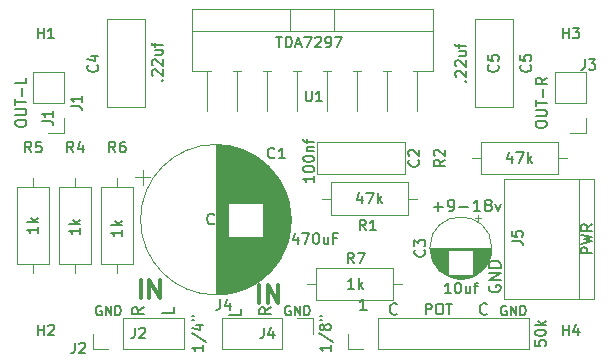
<source format=gbr>
%TF.GenerationSoftware,KiCad,Pcbnew,(5.1.9-0-10_14)*%
%TF.CreationDate,2021-01-04T15:57:10-08:00*%
%TF.ProjectId,PedalBoardStereoAmpTDA7297,50656461-6c42-46f6-9172-645374657265,rev?*%
%TF.SameCoordinates,Original*%
%TF.FileFunction,Legend,Top*%
%TF.FilePolarity,Positive*%
%FSLAX46Y46*%
G04 Gerber Fmt 4.6, Leading zero omitted, Abs format (unit mm)*
G04 Created by KiCad (PCBNEW (5.1.9-0-10_14)) date 2021-01-04 15:57:10*
%MOMM*%
%LPD*%
G01*
G04 APERTURE LIST*
%ADD10C,0.300000*%
%ADD11C,0.150000*%
%ADD12C,0.120000*%
G04 APERTURE END LIST*
D10*
X81891285Y-60876571D02*
X81891285Y-59376571D01*
X82605571Y-60876571D02*
X82605571Y-59376571D01*
X83462714Y-60876571D01*
X83462714Y-59376571D01*
X71858285Y-60495571D02*
X71858285Y-58995571D01*
X72572571Y-60495571D02*
X72572571Y-58995571D01*
X73429714Y-60495571D01*
X73429714Y-58995571D01*
D11*
X82875380Y-61285476D02*
X82399190Y-61618809D01*
X82875380Y-61856904D02*
X81875380Y-61856904D01*
X81875380Y-61475952D01*
X81923000Y-61380714D01*
X81970619Y-61333095D01*
X82065857Y-61285476D01*
X82208714Y-61285476D01*
X82303952Y-61333095D01*
X82351571Y-61380714D01*
X82399190Y-61475952D01*
X82399190Y-61856904D01*
X80335380Y-61412476D02*
X80335380Y-61888666D01*
X79335380Y-61888666D01*
X72080380Y-61285476D02*
X71604190Y-61618809D01*
X72080380Y-61856904D02*
X71080380Y-61856904D01*
X71080380Y-61475952D01*
X71128000Y-61380714D01*
X71175619Y-61333095D01*
X71270857Y-61285476D01*
X71413714Y-61285476D01*
X71508952Y-61333095D01*
X71556571Y-61380714D01*
X71604190Y-61475952D01*
X71604190Y-61856904D01*
X74620380Y-61285476D02*
X74620380Y-61761666D01*
X73620380Y-61761666D01*
X80041714Y-59634380D02*
X79470285Y-59634380D01*
X79756000Y-59634380D02*
X79756000Y-58634380D01*
X79660761Y-58777238D01*
X79565523Y-58872476D01*
X79470285Y-58920095D01*
X90963714Y-61539380D02*
X90392285Y-61539380D01*
X90678000Y-61539380D02*
X90678000Y-60539380D01*
X90582761Y-60682238D01*
X90487523Y-60777476D01*
X90392285Y-60825095D01*
X93527523Y-61825142D02*
X93479904Y-61872761D01*
X93337047Y-61920380D01*
X93241809Y-61920380D01*
X93098952Y-61872761D01*
X93003714Y-61777523D01*
X92956095Y-61682285D01*
X92908476Y-61491809D01*
X92908476Y-61348952D01*
X92956095Y-61158476D01*
X93003714Y-61063238D01*
X93098952Y-60968000D01*
X93241809Y-60920380D01*
X93337047Y-60920380D01*
X93479904Y-60968000D01*
X93527523Y-61015619D01*
X101147523Y-61825142D02*
X101099904Y-61872761D01*
X100957047Y-61920380D01*
X100861809Y-61920380D01*
X100718952Y-61872761D01*
X100623714Y-61777523D01*
X100576095Y-61682285D01*
X100528476Y-61491809D01*
X100528476Y-61348952D01*
X100576095Y-61158476D01*
X100623714Y-61063238D01*
X100718952Y-60968000D01*
X100861809Y-60920380D01*
X100957047Y-60920380D01*
X101099904Y-60968000D01*
X101147523Y-61015619D01*
X102768476Y-61195000D02*
X102692285Y-61156904D01*
X102578000Y-61156904D01*
X102463714Y-61195000D01*
X102387523Y-61271190D01*
X102349428Y-61347380D01*
X102311333Y-61499761D01*
X102311333Y-61614047D01*
X102349428Y-61766428D01*
X102387523Y-61842619D01*
X102463714Y-61918809D01*
X102578000Y-61956904D01*
X102654190Y-61956904D01*
X102768476Y-61918809D01*
X102806571Y-61880714D01*
X102806571Y-61614047D01*
X102654190Y-61614047D01*
X103149428Y-61956904D02*
X103149428Y-61156904D01*
X103606571Y-61956904D01*
X103606571Y-61156904D01*
X103987523Y-61956904D02*
X103987523Y-61156904D01*
X104178000Y-61156904D01*
X104292285Y-61195000D01*
X104368476Y-61271190D01*
X104406571Y-61347380D01*
X104444666Y-61499761D01*
X104444666Y-61614047D01*
X104406571Y-61766428D01*
X104368476Y-61842619D01*
X104292285Y-61918809D01*
X104178000Y-61956904D01*
X103987523Y-61956904D01*
X84480476Y-61195000D02*
X84404285Y-61156904D01*
X84290000Y-61156904D01*
X84175714Y-61195000D01*
X84099523Y-61271190D01*
X84061428Y-61347380D01*
X84023333Y-61499761D01*
X84023333Y-61614047D01*
X84061428Y-61766428D01*
X84099523Y-61842619D01*
X84175714Y-61918809D01*
X84290000Y-61956904D01*
X84366190Y-61956904D01*
X84480476Y-61918809D01*
X84518571Y-61880714D01*
X84518571Y-61614047D01*
X84366190Y-61614047D01*
X84861428Y-61956904D02*
X84861428Y-61156904D01*
X85318571Y-61956904D01*
X85318571Y-61156904D01*
X85699523Y-61956904D02*
X85699523Y-61156904D01*
X85890000Y-61156904D01*
X86004285Y-61195000D01*
X86080476Y-61271190D01*
X86118571Y-61347380D01*
X86156666Y-61499761D01*
X86156666Y-61614047D01*
X86118571Y-61766428D01*
X86080476Y-61842619D01*
X86004285Y-61918809D01*
X85890000Y-61956904D01*
X85699523Y-61956904D01*
X68478476Y-61195000D02*
X68402285Y-61156904D01*
X68288000Y-61156904D01*
X68173714Y-61195000D01*
X68097523Y-61271190D01*
X68059428Y-61347380D01*
X68021333Y-61499761D01*
X68021333Y-61614047D01*
X68059428Y-61766428D01*
X68097523Y-61842619D01*
X68173714Y-61918809D01*
X68288000Y-61956904D01*
X68364190Y-61956904D01*
X68478476Y-61918809D01*
X68516571Y-61880714D01*
X68516571Y-61614047D01*
X68364190Y-61614047D01*
X68859428Y-61956904D02*
X68859428Y-61156904D01*
X69316571Y-61956904D01*
X69316571Y-61156904D01*
X69697523Y-61956904D02*
X69697523Y-61156904D01*
X69888000Y-61156904D01*
X70002285Y-61195000D01*
X70078476Y-61271190D01*
X70116571Y-61347380D01*
X70154666Y-61499761D01*
X70154666Y-61614047D01*
X70116571Y-61766428D01*
X70078476Y-61842619D01*
X70002285Y-61918809D01*
X69888000Y-61956904D01*
X69697523Y-61956904D01*
X101354000Y-59435904D02*
X101306380Y-59531142D01*
X101306380Y-59674000D01*
X101354000Y-59816857D01*
X101449238Y-59912095D01*
X101544476Y-59959714D01*
X101734952Y-60007333D01*
X101877809Y-60007333D01*
X102068285Y-59959714D01*
X102163523Y-59912095D01*
X102258761Y-59816857D01*
X102306380Y-59674000D01*
X102306380Y-59578761D01*
X102258761Y-59435904D01*
X102211142Y-59388285D01*
X101877809Y-59388285D01*
X101877809Y-59578761D01*
X102306380Y-58959714D02*
X101306380Y-58959714D01*
X102306380Y-58388285D01*
X101306380Y-58388285D01*
X102306380Y-57912095D02*
X101306380Y-57912095D01*
X101306380Y-57674000D01*
X101354000Y-57531142D01*
X101449238Y-57435904D01*
X101544476Y-57388285D01*
X101734952Y-57340666D01*
X101877809Y-57340666D01*
X102068285Y-57388285D01*
X102163523Y-57435904D01*
X102258761Y-57531142D01*
X102306380Y-57674000D01*
X102306380Y-57912095D01*
X96631476Y-52776428D02*
X97393380Y-52776428D01*
X97012428Y-53157380D02*
X97012428Y-52395476D01*
X97917190Y-53157380D02*
X98107666Y-53157380D01*
X98202904Y-53109761D01*
X98250523Y-53062142D01*
X98345761Y-52919285D01*
X98393380Y-52728809D01*
X98393380Y-52347857D01*
X98345761Y-52252619D01*
X98298142Y-52205000D01*
X98202904Y-52157380D01*
X98012428Y-52157380D01*
X97917190Y-52205000D01*
X97869571Y-52252619D01*
X97821952Y-52347857D01*
X97821952Y-52585952D01*
X97869571Y-52681190D01*
X97917190Y-52728809D01*
X98012428Y-52776428D01*
X98202904Y-52776428D01*
X98298142Y-52728809D01*
X98345761Y-52681190D01*
X98393380Y-52585952D01*
X98821952Y-52776428D02*
X99583857Y-52776428D01*
X100583857Y-53157380D02*
X100012428Y-53157380D01*
X100298142Y-53157380D02*
X100298142Y-52157380D01*
X100202904Y-52300238D01*
X100107666Y-52395476D01*
X100012428Y-52443095D01*
X101155285Y-52585952D02*
X101060047Y-52538333D01*
X101012428Y-52490714D01*
X100964809Y-52395476D01*
X100964809Y-52347857D01*
X101012428Y-52252619D01*
X101060047Y-52205000D01*
X101155285Y-52157380D01*
X101345761Y-52157380D01*
X101441000Y-52205000D01*
X101488619Y-52252619D01*
X101536238Y-52347857D01*
X101536238Y-52395476D01*
X101488619Y-52490714D01*
X101441000Y-52538333D01*
X101345761Y-52585952D01*
X101155285Y-52585952D01*
X101060047Y-52633571D01*
X101012428Y-52681190D01*
X100964809Y-52776428D01*
X100964809Y-52966904D01*
X101012428Y-53062142D01*
X101060047Y-53109761D01*
X101155285Y-53157380D01*
X101345761Y-53157380D01*
X101441000Y-53109761D01*
X101488619Y-53062142D01*
X101536238Y-52966904D01*
X101536238Y-52776428D01*
X101488619Y-52681190D01*
X101441000Y-52633571D01*
X101345761Y-52585952D01*
X101869571Y-52490714D02*
X102107666Y-53157380D01*
X102345761Y-52490714D01*
D12*
%TO.C,C2*%
X86744000Y-50011000D02*
X86744000Y-47271000D01*
X94184000Y-50011000D02*
X94184000Y-47271000D01*
X94184000Y-47271000D02*
X86744000Y-47271000D01*
X94184000Y-50011000D02*
X86744000Y-50011000D01*
%TO.C,J5*%
X108966000Y-50419000D02*
X108966000Y-60579000D01*
X110236000Y-50419000D02*
X102616000Y-50419000D01*
X102616000Y-50419000D02*
X102616000Y-60579000D01*
X102616000Y-60579000D02*
X110236000Y-60579000D01*
X110236000Y-60579000D02*
X110236000Y-50419000D01*
%TO.C,J2*%
X75498000Y-64830000D02*
X75498000Y-62170000D01*
X70358000Y-64830000D02*
X75498000Y-64830000D01*
X70358000Y-62170000D02*
X75498000Y-62170000D01*
X70358000Y-64830000D02*
X70358000Y-62170000D01*
X69088000Y-64830000D02*
X67758000Y-64830000D01*
X67758000Y-64830000D02*
X67758000Y-63500000D01*
%TO.C,R7*%
X93186000Y-60679000D02*
X93186000Y-57939000D01*
X93186000Y-57939000D02*
X86646000Y-57939000D01*
X86646000Y-57939000D02*
X86646000Y-60679000D01*
X86646000Y-60679000D02*
X93186000Y-60679000D01*
X93956000Y-59309000D02*
X93186000Y-59309000D01*
X85876000Y-59309000D02*
X86646000Y-59309000D01*
%TO.C,R6*%
X71220000Y-51086000D02*
X68480000Y-51086000D01*
X68480000Y-51086000D02*
X68480000Y-57626000D01*
X68480000Y-57626000D02*
X71220000Y-57626000D01*
X71220000Y-57626000D02*
X71220000Y-51086000D01*
X69850000Y-50316000D02*
X69850000Y-51086000D01*
X69850000Y-58396000D02*
X69850000Y-57626000D01*
%TO.C,R5*%
X64108000Y-51086000D02*
X61368000Y-51086000D01*
X61368000Y-51086000D02*
X61368000Y-57626000D01*
X61368000Y-57626000D02*
X64108000Y-57626000D01*
X64108000Y-57626000D02*
X64108000Y-51086000D01*
X62738000Y-50316000D02*
X62738000Y-51086000D01*
X62738000Y-58396000D02*
X62738000Y-57626000D01*
%TO.C,R4*%
X67664000Y-51086000D02*
X64924000Y-51086000D01*
X64924000Y-51086000D02*
X64924000Y-57626000D01*
X64924000Y-57626000D02*
X67664000Y-57626000D01*
X67664000Y-57626000D02*
X67664000Y-51086000D01*
X66294000Y-50316000D02*
X66294000Y-51086000D01*
X66294000Y-58396000D02*
X66294000Y-57626000D01*
%TO.C,J4*%
X78680000Y-62170000D02*
X78680000Y-64830000D01*
X83820000Y-62170000D02*
X78680000Y-62170000D01*
X83820000Y-64830000D02*
X78680000Y-64830000D01*
X83820000Y-62170000D02*
X83820000Y-64830000D01*
X85090000Y-62170000D02*
X86420000Y-62170000D01*
X86420000Y-62170000D02*
X86420000Y-63500000D01*
%TO.C,R3*%
X104708000Y-64830000D02*
X104708000Y-62170000D01*
X91948000Y-64830000D02*
X104708000Y-64830000D01*
X91948000Y-62170000D02*
X104708000Y-62170000D01*
X91948000Y-64830000D02*
X91948000Y-62170000D01*
X90678000Y-64830000D02*
X89348000Y-64830000D01*
X89348000Y-64830000D02*
X89348000Y-63500000D01*
%TO.C,R2*%
X107926000Y-48641000D02*
X107156000Y-48641000D01*
X99846000Y-48641000D02*
X100616000Y-48641000D01*
X107156000Y-47271000D02*
X100616000Y-47271000D01*
X107156000Y-50011000D02*
X107156000Y-47271000D01*
X100616000Y-50011000D02*
X107156000Y-50011000D01*
X100616000Y-47271000D02*
X100616000Y-50011000D01*
%TO.C,R1*%
X87146000Y-52070000D02*
X87916000Y-52070000D01*
X95226000Y-52070000D02*
X94456000Y-52070000D01*
X87916000Y-53440000D02*
X94456000Y-53440000D01*
X87916000Y-50700000D02*
X87916000Y-53440000D01*
X94456000Y-50700000D02*
X87916000Y-50700000D01*
X94456000Y-53440000D02*
X94456000Y-50700000D01*
%TO.C,C5*%
X103347000Y-44320000D02*
X100107000Y-44320000D01*
X103347000Y-36880000D02*
X100107000Y-36880000D01*
X100107000Y-36880000D02*
X100107000Y-44320000D01*
X103347000Y-36880000D02*
X103347000Y-44320000D01*
%TO.C,C4*%
X72232000Y-44320000D02*
X68992000Y-44320000D01*
X72232000Y-36880000D02*
X68992000Y-36880000D01*
X68992000Y-36880000D02*
X68992000Y-44320000D01*
X72232000Y-36880000D02*
X72232000Y-44320000D01*
%TO.C,C1*%
X71999918Y-49648000D02*
X71999918Y-50898000D01*
X71374918Y-50273000D02*
X72624918Y-50273000D01*
X84553000Y-53531000D02*
X84553000Y-54165000D01*
X84513000Y-53091000D02*
X84513000Y-54605000D01*
X84473000Y-52820000D02*
X84473000Y-54876000D01*
X84433000Y-52607000D02*
X84433000Y-55089000D01*
X84393000Y-52426000D02*
X84393000Y-55270000D01*
X84353000Y-52265000D02*
X84353000Y-55431000D01*
X84313000Y-52120000D02*
X84313000Y-55576000D01*
X84273000Y-51987000D02*
X84273000Y-55709000D01*
X84233000Y-51864000D02*
X84233000Y-55832000D01*
X84193000Y-51748000D02*
X84193000Y-55948000D01*
X84153000Y-51639000D02*
X84153000Y-56057000D01*
X84113000Y-51536000D02*
X84113000Y-56160000D01*
X84073000Y-51438000D02*
X84073000Y-56258000D01*
X84033000Y-51344000D02*
X84033000Y-56352000D01*
X83993000Y-51254000D02*
X83993000Y-56442000D01*
X83953000Y-51167000D02*
X83953000Y-56529000D01*
X83913000Y-51084000D02*
X83913000Y-56612000D01*
X83873000Y-51004000D02*
X83873000Y-56692000D01*
X83833000Y-50927000D02*
X83833000Y-56769000D01*
X83793000Y-50852000D02*
X83793000Y-56844000D01*
X83753000Y-50779000D02*
X83753000Y-56917000D01*
X83713000Y-50708000D02*
X83713000Y-56988000D01*
X83673000Y-50640000D02*
X83673000Y-57056000D01*
X83633000Y-50573000D02*
X83633000Y-57123000D01*
X83593000Y-50509000D02*
X83593000Y-57187000D01*
X83553000Y-50446000D02*
X83553000Y-57250000D01*
X83513000Y-50384000D02*
X83513000Y-57312000D01*
X83473000Y-50324000D02*
X83473000Y-57372000D01*
X83433000Y-50265000D02*
X83433000Y-57431000D01*
X83393000Y-50208000D02*
X83393000Y-57488000D01*
X83353000Y-50152000D02*
X83353000Y-57544000D01*
X83313000Y-50098000D02*
X83313000Y-57598000D01*
X83273000Y-50044000D02*
X83273000Y-57652000D01*
X83233000Y-49992000D02*
X83233000Y-57704000D01*
X83193000Y-49941000D02*
X83193000Y-57755000D01*
X83153000Y-49891000D02*
X83153000Y-57805000D01*
X83113000Y-49841000D02*
X83113000Y-57855000D01*
X83073000Y-49793000D02*
X83073000Y-57903000D01*
X83033000Y-49746000D02*
X83033000Y-57950000D01*
X82993000Y-49700000D02*
X82993000Y-57996000D01*
X82953000Y-49654000D02*
X82953000Y-58042000D01*
X82913000Y-49610000D02*
X82913000Y-58086000D01*
X82873000Y-49566000D02*
X82873000Y-58130000D01*
X82833000Y-49523000D02*
X82833000Y-58173000D01*
X82793000Y-49481000D02*
X82793000Y-58215000D01*
X82753000Y-49440000D02*
X82753000Y-58256000D01*
X82713000Y-49399000D02*
X82713000Y-58297000D01*
X82673000Y-49359000D02*
X82673000Y-58337000D01*
X82633000Y-49320000D02*
X82633000Y-58376000D01*
X82593000Y-49281000D02*
X82593000Y-58415000D01*
X82553000Y-49243000D02*
X82553000Y-58453000D01*
X82513000Y-49206000D02*
X82513000Y-58490000D01*
X82473000Y-49170000D02*
X82473000Y-58526000D01*
X82433000Y-49134000D02*
X82433000Y-58562000D01*
X82393000Y-49098000D02*
X82393000Y-58598000D01*
X82353000Y-49063000D02*
X82353000Y-58633000D01*
X82313000Y-49029000D02*
X82313000Y-58667000D01*
X82273000Y-48996000D02*
X82273000Y-58700000D01*
X82233000Y-48963000D02*
X82233000Y-58733000D01*
X82193000Y-48930000D02*
X82193000Y-58766000D01*
X82153000Y-48898000D02*
X82153000Y-58798000D01*
X82113000Y-55288000D02*
X82113000Y-58830000D01*
X82113000Y-48866000D02*
X82113000Y-52408000D01*
X82073000Y-55288000D02*
X82073000Y-58860000D01*
X82073000Y-48836000D02*
X82073000Y-52408000D01*
X82033000Y-55288000D02*
X82033000Y-58891000D01*
X82033000Y-48805000D02*
X82033000Y-52408000D01*
X81993000Y-55288000D02*
X81993000Y-58921000D01*
X81993000Y-48775000D02*
X81993000Y-52408000D01*
X81953000Y-55288000D02*
X81953000Y-58950000D01*
X81953000Y-48746000D02*
X81953000Y-52408000D01*
X81913000Y-55288000D02*
X81913000Y-58979000D01*
X81913000Y-48717000D02*
X81913000Y-52408000D01*
X81873000Y-55288000D02*
X81873000Y-59008000D01*
X81873000Y-48688000D02*
X81873000Y-52408000D01*
X81833000Y-55288000D02*
X81833000Y-59036000D01*
X81833000Y-48660000D02*
X81833000Y-52408000D01*
X81793000Y-55288000D02*
X81793000Y-59064000D01*
X81793000Y-48632000D02*
X81793000Y-52408000D01*
X81753000Y-55288000D02*
X81753000Y-59091000D01*
X81753000Y-48605000D02*
X81753000Y-52408000D01*
X81713000Y-55288000D02*
X81713000Y-59118000D01*
X81713000Y-48578000D02*
X81713000Y-52408000D01*
X81673000Y-55288000D02*
X81673000Y-59144000D01*
X81673000Y-48552000D02*
X81673000Y-52408000D01*
X81633000Y-55288000D02*
X81633000Y-59170000D01*
X81633000Y-48526000D02*
X81633000Y-52408000D01*
X81593000Y-55288000D02*
X81593000Y-59195000D01*
X81593000Y-48501000D02*
X81593000Y-52408000D01*
X81553000Y-55288000D02*
X81553000Y-59220000D01*
X81553000Y-48476000D02*
X81553000Y-52408000D01*
X81513000Y-55288000D02*
X81513000Y-59245000D01*
X81513000Y-48451000D02*
X81513000Y-52408000D01*
X81473000Y-55288000D02*
X81473000Y-59269000D01*
X81473000Y-48427000D02*
X81473000Y-52408000D01*
X81433000Y-55288000D02*
X81433000Y-59293000D01*
X81433000Y-48403000D02*
X81433000Y-52408000D01*
X81393000Y-55288000D02*
X81393000Y-59316000D01*
X81393000Y-48380000D02*
X81393000Y-52408000D01*
X81353000Y-55288000D02*
X81353000Y-59339000D01*
X81353000Y-48357000D02*
X81353000Y-52408000D01*
X81313000Y-55288000D02*
X81313000Y-59362000D01*
X81313000Y-48334000D02*
X81313000Y-52408000D01*
X81273000Y-55288000D02*
X81273000Y-59384000D01*
X81273000Y-48312000D02*
X81273000Y-52408000D01*
X81233000Y-55288000D02*
X81233000Y-59406000D01*
X81233000Y-48290000D02*
X81233000Y-52408000D01*
X81193000Y-55288000D02*
X81193000Y-59428000D01*
X81193000Y-48268000D02*
X81193000Y-52408000D01*
X81153000Y-55288000D02*
X81153000Y-59449000D01*
X81153000Y-48247000D02*
X81153000Y-52408000D01*
X81113000Y-55288000D02*
X81113000Y-59470000D01*
X81113000Y-48226000D02*
X81113000Y-52408000D01*
X81073000Y-55288000D02*
X81073000Y-59490000D01*
X81073000Y-48206000D02*
X81073000Y-52408000D01*
X81033000Y-55288000D02*
X81033000Y-59510000D01*
X81033000Y-48186000D02*
X81033000Y-52408000D01*
X80993000Y-55288000D02*
X80993000Y-59530000D01*
X80993000Y-48166000D02*
X80993000Y-52408000D01*
X80953000Y-55288000D02*
X80953000Y-59550000D01*
X80953000Y-48146000D02*
X80953000Y-52408000D01*
X80913000Y-55288000D02*
X80913000Y-59569000D01*
X80913000Y-48127000D02*
X80913000Y-52408000D01*
X80873000Y-55288000D02*
X80873000Y-59587000D01*
X80873000Y-48109000D02*
X80873000Y-52408000D01*
X80833000Y-55288000D02*
X80833000Y-59606000D01*
X80833000Y-48090000D02*
X80833000Y-52408000D01*
X80793000Y-55288000D02*
X80793000Y-59624000D01*
X80793000Y-48072000D02*
X80793000Y-52408000D01*
X80753000Y-55288000D02*
X80753000Y-59641000D01*
X80753000Y-48055000D02*
X80753000Y-52408000D01*
X80713000Y-55288000D02*
X80713000Y-59659000D01*
X80713000Y-48037000D02*
X80713000Y-52408000D01*
X80673000Y-55288000D02*
X80673000Y-59676000D01*
X80673000Y-48020000D02*
X80673000Y-52408000D01*
X80633000Y-55288000D02*
X80633000Y-59693000D01*
X80633000Y-48003000D02*
X80633000Y-52408000D01*
X80593000Y-55288000D02*
X80593000Y-59709000D01*
X80593000Y-47987000D02*
X80593000Y-52408000D01*
X80553000Y-55288000D02*
X80553000Y-59725000D01*
X80553000Y-47971000D02*
X80553000Y-52408000D01*
X80513000Y-55288000D02*
X80513000Y-59741000D01*
X80513000Y-47955000D02*
X80513000Y-52408000D01*
X80473000Y-55288000D02*
X80473000Y-59756000D01*
X80473000Y-47940000D02*
X80473000Y-52408000D01*
X80433000Y-55288000D02*
X80433000Y-59772000D01*
X80433000Y-47924000D02*
X80433000Y-52408000D01*
X80393000Y-55288000D02*
X80393000Y-59787000D01*
X80393000Y-47909000D02*
X80393000Y-52408000D01*
X80353000Y-55288000D02*
X80353000Y-59801000D01*
X80353000Y-47895000D02*
X80353000Y-52408000D01*
X80313000Y-55288000D02*
X80313000Y-59815000D01*
X80313000Y-47881000D02*
X80313000Y-52408000D01*
X80273000Y-55288000D02*
X80273000Y-59829000D01*
X80273000Y-47867000D02*
X80273000Y-52408000D01*
X80233000Y-55288000D02*
X80233000Y-59843000D01*
X80233000Y-47853000D02*
X80233000Y-52408000D01*
X80193000Y-55288000D02*
X80193000Y-59856000D01*
X80193000Y-47840000D02*
X80193000Y-52408000D01*
X80153000Y-55288000D02*
X80153000Y-59869000D01*
X80153000Y-47827000D02*
X80153000Y-52408000D01*
X80113000Y-55288000D02*
X80113000Y-59882000D01*
X80113000Y-47814000D02*
X80113000Y-52408000D01*
X80073000Y-55288000D02*
X80073000Y-59895000D01*
X80073000Y-47801000D02*
X80073000Y-52408000D01*
X80033000Y-55288000D02*
X80033000Y-59907000D01*
X80033000Y-47789000D02*
X80033000Y-52408000D01*
X79993000Y-55288000D02*
X79993000Y-59919000D01*
X79993000Y-47777000D02*
X79993000Y-52408000D01*
X79953000Y-55288000D02*
X79953000Y-59931000D01*
X79953000Y-47765000D02*
X79953000Y-52408000D01*
X79913000Y-55288000D02*
X79913000Y-59942000D01*
X79913000Y-47754000D02*
X79913000Y-52408000D01*
X79873000Y-55288000D02*
X79873000Y-59953000D01*
X79873000Y-47743000D02*
X79873000Y-52408000D01*
X79833000Y-55288000D02*
X79833000Y-59964000D01*
X79833000Y-47732000D02*
X79833000Y-52408000D01*
X79793000Y-55288000D02*
X79793000Y-59974000D01*
X79793000Y-47722000D02*
X79793000Y-52408000D01*
X79753000Y-55288000D02*
X79753000Y-59985000D01*
X79753000Y-47711000D02*
X79753000Y-52408000D01*
X79713000Y-55288000D02*
X79713000Y-59994000D01*
X79713000Y-47702000D02*
X79713000Y-52408000D01*
X79673000Y-55288000D02*
X79673000Y-60004000D01*
X79673000Y-47692000D02*
X79673000Y-52408000D01*
X79633000Y-55288000D02*
X79633000Y-60014000D01*
X79633000Y-47682000D02*
X79633000Y-52408000D01*
X79593000Y-55288000D02*
X79593000Y-60023000D01*
X79593000Y-47673000D02*
X79593000Y-52408000D01*
X79553000Y-55288000D02*
X79553000Y-60032000D01*
X79553000Y-47664000D02*
X79553000Y-52408000D01*
X79513000Y-55288000D02*
X79513000Y-60040000D01*
X79513000Y-47656000D02*
X79513000Y-52408000D01*
X79473000Y-55288000D02*
X79473000Y-60049000D01*
X79473000Y-47647000D02*
X79473000Y-52408000D01*
X79433000Y-55288000D02*
X79433000Y-60057000D01*
X79433000Y-47639000D02*
X79433000Y-52408000D01*
X79393000Y-55288000D02*
X79393000Y-60064000D01*
X79393000Y-47632000D02*
X79393000Y-52408000D01*
X79353000Y-55288000D02*
X79353000Y-60072000D01*
X79353000Y-47624000D02*
X79353000Y-52408000D01*
X79313000Y-55288000D02*
X79313000Y-60079000D01*
X79313000Y-47617000D02*
X79313000Y-52408000D01*
X79273000Y-55288000D02*
X79273000Y-60086000D01*
X79273000Y-47610000D02*
X79273000Y-52408000D01*
X79233000Y-47603000D02*
X79233000Y-60093000D01*
X79193000Y-47596000D02*
X79193000Y-60100000D01*
X79153000Y-47590000D02*
X79153000Y-60106000D01*
X79113000Y-47584000D02*
X79113000Y-60112000D01*
X79073000Y-47579000D02*
X79073000Y-60117000D01*
X79033000Y-47573000D02*
X79033000Y-60123000D01*
X78993000Y-47568000D02*
X78993000Y-60128000D01*
X78953000Y-47563000D02*
X78953000Y-60133000D01*
X78913000Y-47558000D02*
X78913000Y-60138000D01*
X78872000Y-47554000D02*
X78872000Y-60142000D01*
X78832000Y-47550000D02*
X78832000Y-60146000D01*
X78792000Y-47546000D02*
X78792000Y-60150000D01*
X78752000Y-47542000D02*
X78752000Y-60154000D01*
X78712000Y-47539000D02*
X78712000Y-60157000D01*
X78672000Y-47536000D02*
X78672000Y-60160000D01*
X78632000Y-47533000D02*
X78632000Y-60163000D01*
X78592000Y-47530000D02*
X78592000Y-60166000D01*
X78552000Y-47528000D02*
X78552000Y-60168000D01*
X78512000Y-47526000D02*
X78512000Y-60170000D01*
X78472000Y-47524000D02*
X78472000Y-60172000D01*
X78432000Y-47522000D02*
X78432000Y-60174000D01*
X78392000Y-47521000D02*
X78392000Y-60175000D01*
X78352000Y-47520000D02*
X78352000Y-60176000D01*
X78312000Y-47519000D02*
X78312000Y-60177000D01*
X78272000Y-47518000D02*
X78272000Y-60178000D01*
X78232000Y-47518000D02*
X78232000Y-60178000D01*
X78192000Y-47518000D02*
X78192000Y-60178000D01*
X84562000Y-53848000D02*
G75*
G03*
X84562000Y-53848000I-6370000J0D01*
G01*
%TO.C,U1*%
X76140000Y-36020000D02*
X96580000Y-36020000D01*
X76140000Y-41261000D02*
X77816000Y-41261000D01*
X79665000Y-41261000D02*
X80356000Y-41261000D01*
X82205000Y-41261000D02*
X82896000Y-41261000D01*
X84745000Y-41261000D02*
X85436000Y-41261000D01*
X87285000Y-41261000D02*
X87976000Y-41261000D01*
X89825000Y-41261000D02*
X90516000Y-41261000D01*
X92365000Y-41261000D02*
X93056000Y-41261000D01*
X94905000Y-41261000D02*
X96580000Y-41261000D01*
X76140000Y-36020000D02*
X76140000Y-41261000D01*
X96580000Y-36020000D02*
X96580000Y-41261000D01*
X76140000Y-37860000D02*
X96580000Y-37860000D01*
X84511000Y-36020000D02*
X84511000Y-37860000D01*
X88210000Y-36020000D02*
X88210000Y-37860000D01*
X77470000Y-41261000D02*
X77470000Y-44670000D01*
X80010000Y-41261000D02*
X80010000Y-44655000D01*
X82550000Y-41261000D02*
X82550000Y-44655000D01*
X85090000Y-41261000D02*
X85090000Y-44655000D01*
X87630000Y-41261000D02*
X87630000Y-44655000D01*
X90170000Y-41261000D02*
X90170000Y-44655000D01*
X92710000Y-41261000D02*
X92710000Y-44655000D01*
X95250000Y-41261000D02*
X95250000Y-44655000D01*
%TO.C,J3*%
X109534000Y-41342000D02*
X106874000Y-41342000D01*
X109534000Y-43942000D02*
X109534000Y-41342000D01*
X106874000Y-43942000D02*
X106874000Y-41342000D01*
X109534000Y-43942000D02*
X106874000Y-43942000D01*
X109534000Y-45212000D02*
X109534000Y-46542000D01*
X109534000Y-46542000D02*
X108204000Y-46542000D01*
%TO.C,J1*%
X65338000Y-41342000D02*
X62678000Y-41342000D01*
X65338000Y-43942000D02*
X65338000Y-41342000D01*
X62678000Y-43942000D02*
X62678000Y-41342000D01*
X65338000Y-43942000D02*
X62678000Y-43942000D01*
X65338000Y-45212000D02*
X65338000Y-46542000D01*
X65338000Y-46542000D02*
X64008000Y-46542000D01*
%TO.C,C3*%
X101553000Y-56241000D02*
G75*
G03*
X101553000Y-56241000I-2620000J0D01*
G01*
X101513000Y-56241000D02*
X96353000Y-56241000D01*
X101513000Y-56281000D02*
X96353000Y-56281000D01*
X101512000Y-56321000D02*
X96354000Y-56321000D01*
X101511000Y-56361000D02*
X96355000Y-56361000D01*
X101509000Y-56401000D02*
X96357000Y-56401000D01*
X101506000Y-56441000D02*
X96360000Y-56441000D01*
X101502000Y-56481000D02*
X99973000Y-56481000D01*
X97893000Y-56481000D02*
X96364000Y-56481000D01*
X101498000Y-56521000D02*
X99973000Y-56521000D01*
X97893000Y-56521000D02*
X96368000Y-56521000D01*
X101494000Y-56561000D02*
X99973000Y-56561000D01*
X97893000Y-56561000D02*
X96372000Y-56561000D01*
X101489000Y-56601000D02*
X99973000Y-56601000D01*
X97893000Y-56601000D02*
X96377000Y-56601000D01*
X101483000Y-56641000D02*
X99973000Y-56641000D01*
X97893000Y-56641000D02*
X96383000Y-56641000D01*
X101476000Y-56681000D02*
X99973000Y-56681000D01*
X97893000Y-56681000D02*
X96390000Y-56681000D01*
X101469000Y-56721000D02*
X99973000Y-56721000D01*
X97893000Y-56721000D02*
X96397000Y-56721000D01*
X101461000Y-56761000D02*
X99973000Y-56761000D01*
X97893000Y-56761000D02*
X96405000Y-56761000D01*
X101453000Y-56801000D02*
X99973000Y-56801000D01*
X97893000Y-56801000D02*
X96413000Y-56801000D01*
X101444000Y-56841000D02*
X99973000Y-56841000D01*
X97893000Y-56841000D02*
X96422000Y-56841000D01*
X101434000Y-56881000D02*
X99973000Y-56881000D01*
X97893000Y-56881000D02*
X96432000Y-56881000D01*
X101424000Y-56921000D02*
X99973000Y-56921000D01*
X97893000Y-56921000D02*
X96442000Y-56921000D01*
X101413000Y-56962000D02*
X99973000Y-56962000D01*
X97893000Y-56962000D02*
X96453000Y-56962000D01*
X101401000Y-57002000D02*
X99973000Y-57002000D01*
X97893000Y-57002000D02*
X96465000Y-57002000D01*
X101388000Y-57042000D02*
X99973000Y-57042000D01*
X97893000Y-57042000D02*
X96478000Y-57042000D01*
X101375000Y-57082000D02*
X99973000Y-57082000D01*
X97893000Y-57082000D02*
X96491000Y-57082000D01*
X101361000Y-57122000D02*
X99973000Y-57122000D01*
X97893000Y-57122000D02*
X96505000Y-57122000D01*
X101347000Y-57162000D02*
X99973000Y-57162000D01*
X97893000Y-57162000D02*
X96519000Y-57162000D01*
X101331000Y-57202000D02*
X99973000Y-57202000D01*
X97893000Y-57202000D02*
X96535000Y-57202000D01*
X101315000Y-57242000D02*
X99973000Y-57242000D01*
X97893000Y-57242000D02*
X96551000Y-57242000D01*
X101298000Y-57282000D02*
X99973000Y-57282000D01*
X97893000Y-57282000D02*
X96568000Y-57282000D01*
X101281000Y-57322000D02*
X99973000Y-57322000D01*
X97893000Y-57322000D02*
X96585000Y-57322000D01*
X101262000Y-57362000D02*
X99973000Y-57362000D01*
X97893000Y-57362000D02*
X96604000Y-57362000D01*
X101243000Y-57402000D02*
X99973000Y-57402000D01*
X97893000Y-57402000D02*
X96623000Y-57402000D01*
X101223000Y-57442000D02*
X99973000Y-57442000D01*
X97893000Y-57442000D02*
X96643000Y-57442000D01*
X101201000Y-57482000D02*
X99973000Y-57482000D01*
X97893000Y-57482000D02*
X96665000Y-57482000D01*
X101180000Y-57522000D02*
X99973000Y-57522000D01*
X97893000Y-57522000D02*
X96686000Y-57522000D01*
X101157000Y-57562000D02*
X99973000Y-57562000D01*
X97893000Y-57562000D02*
X96709000Y-57562000D01*
X101133000Y-57602000D02*
X99973000Y-57602000D01*
X97893000Y-57602000D02*
X96733000Y-57602000D01*
X101108000Y-57642000D02*
X99973000Y-57642000D01*
X97893000Y-57642000D02*
X96758000Y-57642000D01*
X101082000Y-57682000D02*
X99973000Y-57682000D01*
X97893000Y-57682000D02*
X96784000Y-57682000D01*
X101055000Y-57722000D02*
X99973000Y-57722000D01*
X97893000Y-57722000D02*
X96811000Y-57722000D01*
X101028000Y-57762000D02*
X99973000Y-57762000D01*
X97893000Y-57762000D02*
X96838000Y-57762000D01*
X100998000Y-57802000D02*
X99973000Y-57802000D01*
X97893000Y-57802000D02*
X96868000Y-57802000D01*
X100968000Y-57842000D02*
X99973000Y-57842000D01*
X97893000Y-57842000D02*
X96898000Y-57842000D01*
X100937000Y-57882000D02*
X99973000Y-57882000D01*
X97893000Y-57882000D02*
X96929000Y-57882000D01*
X100904000Y-57922000D02*
X99973000Y-57922000D01*
X97893000Y-57922000D02*
X96962000Y-57922000D01*
X100870000Y-57962000D02*
X99973000Y-57962000D01*
X97893000Y-57962000D02*
X96996000Y-57962000D01*
X100834000Y-58002000D02*
X99973000Y-58002000D01*
X97893000Y-58002000D02*
X97032000Y-58002000D01*
X100797000Y-58042000D02*
X99973000Y-58042000D01*
X97893000Y-58042000D02*
X97069000Y-58042000D01*
X100759000Y-58082000D02*
X99973000Y-58082000D01*
X97893000Y-58082000D02*
X97107000Y-58082000D01*
X100718000Y-58122000D02*
X99973000Y-58122000D01*
X97893000Y-58122000D02*
X97148000Y-58122000D01*
X100676000Y-58162000D02*
X99973000Y-58162000D01*
X97893000Y-58162000D02*
X97190000Y-58162000D01*
X100632000Y-58202000D02*
X99973000Y-58202000D01*
X97893000Y-58202000D02*
X97234000Y-58202000D01*
X100586000Y-58242000D02*
X99973000Y-58242000D01*
X97893000Y-58242000D02*
X97280000Y-58242000D01*
X100538000Y-58282000D02*
X99973000Y-58282000D01*
X97893000Y-58282000D02*
X97328000Y-58282000D01*
X100487000Y-58322000D02*
X99973000Y-58322000D01*
X97893000Y-58322000D02*
X97379000Y-58322000D01*
X100433000Y-58362000D02*
X99973000Y-58362000D01*
X97893000Y-58362000D02*
X97433000Y-58362000D01*
X100376000Y-58402000D02*
X99973000Y-58402000D01*
X97893000Y-58402000D02*
X97490000Y-58402000D01*
X100316000Y-58442000D02*
X99973000Y-58442000D01*
X97893000Y-58442000D02*
X97550000Y-58442000D01*
X100252000Y-58482000D02*
X99973000Y-58482000D01*
X97893000Y-58482000D02*
X97614000Y-58482000D01*
X100184000Y-58522000D02*
X99973000Y-58522000D01*
X97893000Y-58522000D02*
X97682000Y-58522000D01*
X100111000Y-58562000D02*
X97755000Y-58562000D01*
X100031000Y-58602000D02*
X97835000Y-58602000D01*
X99944000Y-58642000D02*
X97922000Y-58642000D01*
X99848000Y-58682000D02*
X98018000Y-58682000D01*
X99738000Y-58722000D02*
X98128000Y-58722000D01*
X99610000Y-58762000D02*
X98256000Y-58762000D01*
X99451000Y-58802000D02*
X98415000Y-58802000D01*
X99217000Y-58842000D02*
X98649000Y-58842000D01*
X100408000Y-53436225D02*
X100408000Y-53936225D01*
X100658000Y-53686225D02*
X100158000Y-53686225D01*
%TO.C,C2*%
D11*
X95317428Y-48791000D02*
X95360285Y-48833857D01*
X95403142Y-48962428D01*
X95403142Y-49048142D01*
X95360285Y-49176714D01*
X95274571Y-49262428D01*
X95188857Y-49305285D01*
X95017428Y-49348142D01*
X94888857Y-49348142D01*
X94717428Y-49305285D01*
X94631714Y-49262428D01*
X94546000Y-49176714D01*
X94503142Y-49048142D01*
X94503142Y-48962428D01*
X94546000Y-48833857D01*
X94588857Y-48791000D01*
X94588857Y-48448142D02*
X94546000Y-48405285D01*
X94503142Y-48319571D01*
X94503142Y-48105285D01*
X94546000Y-48019571D01*
X94588857Y-47976714D01*
X94674571Y-47933857D01*
X94760285Y-47933857D01*
X94888857Y-47976714D01*
X95403142Y-48491000D01*
X95403142Y-47933857D01*
X86513142Y-50159285D02*
X86513142Y-50673571D01*
X86513142Y-50416428D02*
X85613142Y-50416428D01*
X85741714Y-50502142D01*
X85827428Y-50587857D01*
X85870285Y-50673571D01*
X85613142Y-49602142D02*
X85613142Y-49516428D01*
X85656000Y-49430714D01*
X85698857Y-49387857D01*
X85784571Y-49345000D01*
X85956000Y-49302142D01*
X86170285Y-49302142D01*
X86341714Y-49345000D01*
X86427428Y-49387857D01*
X86470285Y-49430714D01*
X86513142Y-49516428D01*
X86513142Y-49602142D01*
X86470285Y-49687857D01*
X86427428Y-49730714D01*
X86341714Y-49773571D01*
X86170285Y-49816428D01*
X85956000Y-49816428D01*
X85784571Y-49773571D01*
X85698857Y-49730714D01*
X85656000Y-49687857D01*
X85613142Y-49602142D01*
X85613142Y-48745000D02*
X85613142Y-48659285D01*
X85656000Y-48573571D01*
X85698857Y-48530714D01*
X85784571Y-48487857D01*
X85956000Y-48445000D01*
X86170285Y-48445000D01*
X86341714Y-48487857D01*
X86427428Y-48530714D01*
X86470285Y-48573571D01*
X86513142Y-48659285D01*
X86513142Y-48745000D01*
X86470285Y-48830714D01*
X86427428Y-48873571D01*
X86341714Y-48916428D01*
X86170285Y-48959285D01*
X85956000Y-48959285D01*
X85784571Y-48916428D01*
X85698857Y-48873571D01*
X85656000Y-48830714D01*
X85613142Y-48745000D01*
X85913142Y-48059285D02*
X86513142Y-48059285D01*
X85998857Y-48059285D02*
X85956000Y-48016428D01*
X85913142Y-47930714D01*
X85913142Y-47802142D01*
X85956000Y-47716428D01*
X86041714Y-47673571D01*
X86513142Y-47673571D01*
X85913142Y-47373571D02*
X85913142Y-47030714D01*
X86513142Y-47245000D02*
X85741714Y-47245000D01*
X85656000Y-47202142D01*
X85613142Y-47116428D01*
X85613142Y-47030714D01*
%TO.C,J5*%
X103266142Y-55672000D02*
X103909000Y-55672000D01*
X104037571Y-55714857D01*
X104123285Y-55800571D01*
X104166142Y-55929142D01*
X104166142Y-56014857D01*
X103266142Y-54814857D02*
X103266142Y-55243428D01*
X103694714Y-55286285D01*
X103651857Y-55243428D01*
X103609000Y-55157714D01*
X103609000Y-54943428D01*
X103651857Y-54857714D01*
X103694714Y-54814857D01*
X103780428Y-54772000D01*
X103994714Y-54772000D01*
X104080428Y-54814857D01*
X104123285Y-54857714D01*
X104166142Y-54943428D01*
X104166142Y-55157714D01*
X104123285Y-55243428D01*
X104080428Y-55286285D01*
X110008142Y-56699000D02*
X109108142Y-56699000D01*
X109108142Y-56356142D01*
X109151000Y-56270428D01*
X109193857Y-56227571D01*
X109279571Y-56184714D01*
X109408142Y-56184714D01*
X109493857Y-56227571D01*
X109536714Y-56270428D01*
X109579571Y-56356142D01*
X109579571Y-56699000D01*
X109108142Y-55884714D02*
X110008142Y-55670428D01*
X109365285Y-55499000D01*
X110008142Y-55327571D01*
X109108142Y-55113285D01*
X110008142Y-54256142D02*
X109579571Y-54556142D01*
X110008142Y-54770428D02*
X109108142Y-54770428D01*
X109108142Y-54427571D01*
X109151000Y-54341857D01*
X109193857Y-54299000D01*
X109279571Y-54256142D01*
X109408142Y-54256142D01*
X109493857Y-54299000D01*
X109536714Y-54341857D01*
X109579571Y-54427571D01*
X109579571Y-54770428D01*
%TO.C,J2*%
X66248000Y-64277142D02*
X66248000Y-64920000D01*
X66205142Y-65048571D01*
X66119428Y-65134285D01*
X65990857Y-65177142D01*
X65905142Y-65177142D01*
X66633714Y-64362857D02*
X66676571Y-64320000D01*
X66762285Y-64277142D01*
X66976571Y-64277142D01*
X67062285Y-64320000D01*
X67105142Y-64362857D01*
X67148000Y-64448571D01*
X67148000Y-64534285D01*
X67105142Y-64662857D01*
X66590857Y-65177142D01*
X67148000Y-65177142D01*
X77115142Y-64485714D02*
X77115142Y-65000000D01*
X77115142Y-64742857D02*
X76215142Y-64742857D01*
X76343714Y-64828571D01*
X76429428Y-64914285D01*
X76472285Y-65000000D01*
X76172285Y-63457142D02*
X77329428Y-64228571D01*
X76515142Y-62771428D02*
X77115142Y-62771428D01*
X76172285Y-62985714D02*
X76815142Y-63200000D01*
X76815142Y-62642857D01*
X76215142Y-62342857D02*
X76386571Y-62342857D01*
X76215142Y-62000000D02*
X76386571Y-62000000D01*
X71328000Y-63007142D02*
X71328000Y-63650000D01*
X71285142Y-63778571D01*
X71199428Y-63864285D01*
X71070857Y-63907142D01*
X70985142Y-63907142D01*
X71713714Y-63092857D02*
X71756571Y-63050000D01*
X71842285Y-63007142D01*
X72056571Y-63007142D01*
X72142285Y-63050000D01*
X72185142Y-63092857D01*
X72228000Y-63178571D01*
X72228000Y-63264285D01*
X72185142Y-63392857D01*
X71670857Y-63907142D01*
X72228000Y-63907142D01*
%TO.C,R7*%
X89893000Y-57557142D02*
X89593000Y-57128571D01*
X89378714Y-57557142D02*
X89378714Y-56657142D01*
X89721571Y-56657142D01*
X89807285Y-56700000D01*
X89850142Y-56742857D01*
X89893000Y-56828571D01*
X89893000Y-56957142D01*
X89850142Y-57042857D01*
X89807285Y-57085714D01*
X89721571Y-57128571D01*
X89378714Y-57128571D01*
X90193000Y-56657142D02*
X90793000Y-56657142D01*
X90407285Y-57557142D01*
X89935857Y-59716142D02*
X89421571Y-59716142D01*
X89678714Y-59716142D02*
X89678714Y-58816142D01*
X89593000Y-58944714D01*
X89507285Y-59030428D01*
X89421571Y-59073285D01*
X90321571Y-59716142D02*
X90321571Y-58816142D01*
X90407285Y-59373285D02*
X90664428Y-59716142D01*
X90664428Y-59116142D02*
X90321571Y-59459000D01*
%TO.C,R6*%
X69700000Y-48159142D02*
X69400000Y-47730571D01*
X69185714Y-48159142D02*
X69185714Y-47259142D01*
X69528571Y-47259142D01*
X69614285Y-47302000D01*
X69657142Y-47344857D01*
X69700000Y-47430571D01*
X69700000Y-47559142D01*
X69657142Y-47644857D01*
X69614285Y-47687714D01*
X69528571Y-47730571D01*
X69185714Y-47730571D01*
X70471428Y-47259142D02*
X70300000Y-47259142D01*
X70214285Y-47302000D01*
X70171428Y-47344857D01*
X70085714Y-47473428D01*
X70042857Y-47644857D01*
X70042857Y-47987714D01*
X70085714Y-48073428D01*
X70128571Y-48116285D01*
X70214285Y-48159142D01*
X70385714Y-48159142D01*
X70471428Y-48116285D01*
X70514285Y-48073428D01*
X70557142Y-47987714D01*
X70557142Y-47773428D01*
X70514285Y-47687714D01*
X70471428Y-47644857D01*
X70385714Y-47602000D01*
X70214285Y-47602000D01*
X70128571Y-47644857D01*
X70085714Y-47687714D01*
X70042857Y-47773428D01*
X70257142Y-54717142D02*
X70257142Y-55231428D01*
X70257142Y-54974285D02*
X69357142Y-54974285D01*
X69485714Y-55060000D01*
X69571428Y-55145714D01*
X69614285Y-55231428D01*
X70257142Y-54331428D02*
X69357142Y-54331428D01*
X69914285Y-54245714D02*
X70257142Y-53988571D01*
X69657142Y-53988571D02*
X70000000Y-54331428D01*
%TO.C,R5*%
X62588000Y-48159142D02*
X62288000Y-47730571D01*
X62073714Y-48159142D02*
X62073714Y-47259142D01*
X62416571Y-47259142D01*
X62502285Y-47302000D01*
X62545142Y-47344857D01*
X62588000Y-47430571D01*
X62588000Y-47559142D01*
X62545142Y-47644857D01*
X62502285Y-47687714D01*
X62416571Y-47730571D01*
X62073714Y-47730571D01*
X63402285Y-47259142D02*
X62973714Y-47259142D01*
X62930857Y-47687714D01*
X62973714Y-47644857D01*
X63059428Y-47602000D01*
X63273714Y-47602000D01*
X63359428Y-47644857D01*
X63402285Y-47687714D01*
X63445142Y-47773428D01*
X63445142Y-47987714D01*
X63402285Y-48073428D01*
X63359428Y-48116285D01*
X63273714Y-48159142D01*
X63059428Y-48159142D01*
X62973714Y-48116285D01*
X62930857Y-48073428D01*
X63145142Y-54463142D02*
X63145142Y-54977428D01*
X63145142Y-54720285D02*
X62245142Y-54720285D01*
X62373714Y-54806000D01*
X62459428Y-54891714D01*
X62502285Y-54977428D01*
X63145142Y-54077428D02*
X62245142Y-54077428D01*
X62802285Y-53991714D02*
X63145142Y-53734571D01*
X62545142Y-53734571D02*
X62888000Y-54077428D01*
%TO.C,R4*%
X66144000Y-48159142D02*
X65844000Y-47730571D01*
X65629714Y-48159142D02*
X65629714Y-47259142D01*
X65972571Y-47259142D01*
X66058285Y-47302000D01*
X66101142Y-47344857D01*
X66144000Y-47430571D01*
X66144000Y-47559142D01*
X66101142Y-47644857D01*
X66058285Y-47687714D01*
X65972571Y-47730571D01*
X65629714Y-47730571D01*
X66915428Y-47559142D02*
X66915428Y-48159142D01*
X66701142Y-47216285D02*
X66486857Y-47859142D01*
X67044000Y-47859142D01*
X66701142Y-54590142D02*
X66701142Y-55104428D01*
X66701142Y-54847285D02*
X65801142Y-54847285D01*
X65929714Y-54933000D01*
X66015428Y-55018714D01*
X66058285Y-55104428D01*
X66701142Y-54204428D02*
X65801142Y-54204428D01*
X66358285Y-54118714D02*
X66701142Y-53861571D01*
X66101142Y-53861571D02*
X66444000Y-54204428D01*
%TO.C,J4*%
X78567000Y-60594142D02*
X78567000Y-61237000D01*
X78524142Y-61365571D01*
X78438428Y-61451285D01*
X78309857Y-61494142D01*
X78224142Y-61494142D01*
X79381285Y-60894142D02*
X79381285Y-61494142D01*
X79167000Y-60551285D02*
X78952714Y-61194142D01*
X79509857Y-61194142D01*
X87910142Y-64485714D02*
X87910142Y-65000000D01*
X87910142Y-64742857D02*
X87010142Y-64742857D01*
X87138714Y-64828571D01*
X87224428Y-64914285D01*
X87267285Y-65000000D01*
X86967285Y-63457142D02*
X88124428Y-64228571D01*
X87395857Y-63028571D02*
X87353000Y-63114285D01*
X87310142Y-63157142D01*
X87224428Y-63200000D01*
X87181571Y-63200000D01*
X87095857Y-63157142D01*
X87053000Y-63114285D01*
X87010142Y-63028571D01*
X87010142Y-62857142D01*
X87053000Y-62771428D01*
X87095857Y-62728571D01*
X87181571Y-62685714D01*
X87224428Y-62685714D01*
X87310142Y-62728571D01*
X87353000Y-62771428D01*
X87395857Y-62857142D01*
X87395857Y-63028571D01*
X87438714Y-63114285D01*
X87481571Y-63157142D01*
X87567285Y-63200000D01*
X87738714Y-63200000D01*
X87824428Y-63157142D01*
X87867285Y-63114285D01*
X87910142Y-63028571D01*
X87910142Y-62857142D01*
X87867285Y-62771428D01*
X87824428Y-62728571D01*
X87738714Y-62685714D01*
X87567285Y-62685714D01*
X87481571Y-62728571D01*
X87438714Y-62771428D01*
X87395857Y-62857142D01*
X87010142Y-62342857D02*
X87181571Y-62342857D01*
X87010142Y-62000000D02*
X87181571Y-62000000D01*
X82250000Y-63007142D02*
X82250000Y-63650000D01*
X82207142Y-63778571D01*
X82121428Y-63864285D01*
X81992857Y-63907142D01*
X81907142Y-63907142D01*
X83064285Y-63307142D02*
X83064285Y-63907142D01*
X82850000Y-62964285D02*
X82635714Y-63607142D01*
X83192857Y-63607142D01*
%TO.C,R3*%
X105215142Y-64078571D02*
X105215142Y-64507142D01*
X105643714Y-64550000D01*
X105600857Y-64507142D01*
X105558000Y-64421428D01*
X105558000Y-64207142D01*
X105600857Y-64121428D01*
X105643714Y-64078571D01*
X105729428Y-64035714D01*
X105943714Y-64035714D01*
X106029428Y-64078571D01*
X106072285Y-64121428D01*
X106115142Y-64207142D01*
X106115142Y-64421428D01*
X106072285Y-64507142D01*
X106029428Y-64550000D01*
X105215142Y-63478571D02*
X105215142Y-63392857D01*
X105258000Y-63307142D01*
X105300857Y-63264285D01*
X105386571Y-63221428D01*
X105558000Y-63178571D01*
X105772285Y-63178571D01*
X105943714Y-63221428D01*
X106029428Y-63264285D01*
X106072285Y-63307142D01*
X106115142Y-63392857D01*
X106115142Y-63478571D01*
X106072285Y-63564285D01*
X106029428Y-63607142D01*
X105943714Y-63650000D01*
X105772285Y-63692857D01*
X105558000Y-63692857D01*
X105386571Y-63650000D01*
X105300857Y-63607142D01*
X105258000Y-63564285D01*
X105215142Y-63478571D01*
X106115142Y-62792857D02*
X105215142Y-62792857D01*
X105772285Y-62707142D02*
X106115142Y-62450000D01*
X105515142Y-62450000D02*
X105858000Y-62792857D01*
X95978000Y-61875142D02*
X95978000Y-60975142D01*
X96320857Y-60975142D01*
X96406571Y-61018000D01*
X96449428Y-61060857D01*
X96492285Y-61146571D01*
X96492285Y-61275142D01*
X96449428Y-61360857D01*
X96406571Y-61403714D01*
X96320857Y-61446571D01*
X95978000Y-61446571D01*
X97049428Y-60975142D02*
X97220857Y-60975142D01*
X97306571Y-61018000D01*
X97392285Y-61103714D01*
X97435142Y-61275142D01*
X97435142Y-61575142D01*
X97392285Y-61746571D01*
X97306571Y-61832285D01*
X97220857Y-61875142D01*
X97049428Y-61875142D01*
X96963714Y-61832285D01*
X96878000Y-61746571D01*
X96835142Y-61575142D01*
X96835142Y-61275142D01*
X96878000Y-61103714D01*
X96963714Y-61018000D01*
X97049428Y-60975142D01*
X97692285Y-60975142D02*
X98206571Y-60975142D01*
X97949428Y-61875142D02*
X97949428Y-60975142D01*
%TO.C,R2*%
X97562142Y-48791000D02*
X97133571Y-49091000D01*
X97562142Y-49305285D02*
X96662142Y-49305285D01*
X96662142Y-48962428D01*
X96705000Y-48876714D01*
X96747857Y-48833857D01*
X96833571Y-48791000D01*
X96962142Y-48791000D01*
X97047857Y-48833857D01*
X97090714Y-48876714D01*
X97133571Y-48962428D01*
X97133571Y-49305285D01*
X96747857Y-48448142D02*
X96705000Y-48405285D01*
X96662142Y-48319571D01*
X96662142Y-48105285D01*
X96705000Y-48019571D01*
X96747857Y-47976714D01*
X96833571Y-47933857D01*
X96919285Y-47933857D01*
X97047857Y-47976714D01*
X97562142Y-48491000D01*
X97562142Y-47933857D01*
X103264571Y-48448142D02*
X103264571Y-49048142D01*
X103050285Y-48105285D02*
X102836000Y-48748142D01*
X103393142Y-48748142D01*
X103650285Y-48148142D02*
X104250285Y-48148142D01*
X103864571Y-49048142D01*
X104593142Y-49048142D02*
X104593142Y-48148142D01*
X104678857Y-48705285D02*
X104936000Y-49048142D01*
X104936000Y-48448142D02*
X104593142Y-48791000D01*
%TO.C,R1*%
X90909000Y-54763142D02*
X90609000Y-54334571D01*
X90394714Y-54763142D02*
X90394714Y-53863142D01*
X90737571Y-53863142D01*
X90823285Y-53906000D01*
X90866142Y-53948857D01*
X90909000Y-54034571D01*
X90909000Y-54163142D01*
X90866142Y-54248857D01*
X90823285Y-54291714D01*
X90737571Y-54334571D01*
X90394714Y-54334571D01*
X91766142Y-54763142D02*
X91251857Y-54763142D01*
X91509000Y-54763142D02*
X91509000Y-53863142D01*
X91423285Y-53991714D01*
X91337571Y-54077428D01*
X91251857Y-54120285D01*
X90564571Y-51877142D02*
X90564571Y-52477142D01*
X90350285Y-51534285D02*
X90136000Y-52177142D01*
X90693142Y-52177142D01*
X90950285Y-51577142D02*
X91550285Y-51577142D01*
X91164571Y-52477142D01*
X91893142Y-52477142D02*
X91893142Y-51577142D01*
X91978857Y-52134285D02*
X92236000Y-52477142D01*
X92236000Y-51877142D02*
X91893142Y-52220000D01*
%TO.C,H4*%
X107564285Y-63653142D02*
X107564285Y-62753142D01*
X107564285Y-63181714D02*
X108078571Y-63181714D01*
X108078571Y-63653142D02*
X108078571Y-62753142D01*
X108892857Y-63053142D02*
X108892857Y-63653142D01*
X108678571Y-62710285D02*
X108464285Y-63353142D01*
X109021428Y-63353142D01*
%TO.C,H3*%
X107564285Y-38507142D02*
X107564285Y-37607142D01*
X107564285Y-38035714D02*
X108078571Y-38035714D01*
X108078571Y-38507142D02*
X108078571Y-37607142D01*
X108421428Y-37607142D02*
X108978571Y-37607142D01*
X108678571Y-37950000D01*
X108807142Y-37950000D01*
X108892857Y-37992857D01*
X108935714Y-38035714D01*
X108978571Y-38121428D01*
X108978571Y-38335714D01*
X108935714Y-38421428D01*
X108892857Y-38464285D01*
X108807142Y-38507142D01*
X108550000Y-38507142D01*
X108464285Y-38464285D01*
X108421428Y-38421428D01*
%TO.C,H2*%
X63114285Y-63653142D02*
X63114285Y-62753142D01*
X63114285Y-63181714D02*
X63628571Y-63181714D01*
X63628571Y-63653142D02*
X63628571Y-62753142D01*
X64014285Y-62838857D02*
X64057142Y-62796000D01*
X64142857Y-62753142D01*
X64357142Y-62753142D01*
X64442857Y-62796000D01*
X64485714Y-62838857D01*
X64528571Y-62924571D01*
X64528571Y-63010285D01*
X64485714Y-63138857D01*
X63971428Y-63653142D01*
X64528571Y-63653142D01*
%TO.C,H1*%
X63114285Y-38507142D02*
X63114285Y-37607142D01*
X63114285Y-38035714D02*
X63628571Y-38035714D01*
X63628571Y-38507142D02*
X63628571Y-37607142D01*
X64528571Y-38507142D02*
X64014285Y-38507142D01*
X64271428Y-38507142D02*
X64271428Y-37607142D01*
X64185714Y-37735714D01*
X64100000Y-37821428D01*
X64014285Y-37864285D01*
%TO.C,C5*%
X104798428Y-40750000D02*
X104841285Y-40792857D01*
X104884142Y-40921428D01*
X104884142Y-41007142D01*
X104841285Y-41135714D01*
X104755571Y-41221428D01*
X104669857Y-41264285D01*
X104498428Y-41307142D01*
X104369857Y-41307142D01*
X104198428Y-41264285D01*
X104112714Y-41221428D01*
X104027000Y-41135714D01*
X103984142Y-41007142D01*
X103984142Y-40921428D01*
X104027000Y-40792857D01*
X104069857Y-40750000D01*
X103984142Y-39935714D02*
X103984142Y-40364285D01*
X104412714Y-40407142D01*
X104369857Y-40364285D01*
X104327000Y-40278571D01*
X104327000Y-40064285D01*
X104369857Y-39978571D01*
X104412714Y-39935714D01*
X104498428Y-39892857D01*
X104712714Y-39892857D01*
X104798428Y-39935714D01*
X104841285Y-39978571D01*
X104884142Y-40064285D01*
X104884142Y-40278571D01*
X104841285Y-40364285D01*
X104798428Y-40407142D01*
X99298428Y-42121428D02*
X99341285Y-42078571D01*
X99384142Y-42121428D01*
X99341285Y-42164285D01*
X99298428Y-42121428D01*
X99384142Y-42121428D01*
X98569857Y-41735714D02*
X98527000Y-41692857D01*
X98484142Y-41607142D01*
X98484142Y-41392857D01*
X98527000Y-41307142D01*
X98569857Y-41264285D01*
X98655571Y-41221428D01*
X98741285Y-41221428D01*
X98869857Y-41264285D01*
X99384142Y-41778571D01*
X99384142Y-41221428D01*
X98569857Y-40878571D02*
X98527000Y-40835714D01*
X98484142Y-40750000D01*
X98484142Y-40535714D01*
X98527000Y-40450000D01*
X98569857Y-40407142D01*
X98655571Y-40364285D01*
X98741285Y-40364285D01*
X98869857Y-40407142D01*
X99384142Y-40921428D01*
X99384142Y-40364285D01*
X98784142Y-39592857D02*
X99384142Y-39592857D01*
X98784142Y-39978571D02*
X99255571Y-39978571D01*
X99341285Y-39935714D01*
X99384142Y-39850000D01*
X99384142Y-39721428D01*
X99341285Y-39635714D01*
X99298428Y-39592857D01*
X98784142Y-39292857D02*
X98784142Y-38950000D01*
X99384142Y-39164285D02*
X98612714Y-39164285D01*
X98527000Y-39121428D01*
X98484142Y-39035714D01*
X98484142Y-38950000D01*
X102048428Y-40750000D02*
X102091285Y-40792857D01*
X102134142Y-40921428D01*
X102134142Y-41007142D01*
X102091285Y-41135714D01*
X102005571Y-41221428D01*
X101919857Y-41264285D01*
X101748428Y-41307142D01*
X101619857Y-41307142D01*
X101448428Y-41264285D01*
X101362714Y-41221428D01*
X101277000Y-41135714D01*
X101234142Y-41007142D01*
X101234142Y-40921428D01*
X101277000Y-40792857D01*
X101319857Y-40750000D01*
X101234142Y-39935714D02*
X101234142Y-40364285D01*
X101662714Y-40407142D01*
X101619857Y-40364285D01*
X101577000Y-40278571D01*
X101577000Y-40064285D01*
X101619857Y-39978571D01*
X101662714Y-39935714D01*
X101748428Y-39892857D01*
X101962714Y-39892857D01*
X102048428Y-39935714D01*
X102091285Y-39978571D01*
X102134142Y-40064285D01*
X102134142Y-40278571D01*
X102091285Y-40364285D01*
X102048428Y-40407142D01*
%TO.C,C4*%
X68139428Y-40790000D02*
X68182285Y-40832857D01*
X68225142Y-40961428D01*
X68225142Y-41047142D01*
X68182285Y-41175714D01*
X68096571Y-41261428D01*
X68010857Y-41304285D01*
X67839428Y-41347142D01*
X67710857Y-41347142D01*
X67539428Y-41304285D01*
X67453714Y-41261428D01*
X67368000Y-41175714D01*
X67325142Y-41047142D01*
X67325142Y-40961428D01*
X67368000Y-40832857D01*
X67410857Y-40790000D01*
X67625142Y-40018571D02*
X68225142Y-40018571D01*
X67282285Y-40232857D02*
X67925142Y-40447142D01*
X67925142Y-39890000D01*
X73600428Y-42034428D02*
X73643285Y-41991571D01*
X73686142Y-42034428D01*
X73643285Y-42077285D01*
X73600428Y-42034428D01*
X73686142Y-42034428D01*
X72871857Y-41648714D02*
X72829000Y-41605857D01*
X72786142Y-41520142D01*
X72786142Y-41305857D01*
X72829000Y-41220142D01*
X72871857Y-41177285D01*
X72957571Y-41134428D01*
X73043285Y-41134428D01*
X73171857Y-41177285D01*
X73686142Y-41691571D01*
X73686142Y-41134428D01*
X72871857Y-40791571D02*
X72829000Y-40748714D01*
X72786142Y-40663000D01*
X72786142Y-40448714D01*
X72829000Y-40363000D01*
X72871857Y-40320142D01*
X72957571Y-40277285D01*
X73043285Y-40277285D01*
X73171857Y-40320142D01*
X73686142Y-40834428D01*
X73686142Y-40277285D01*
X73086142Y-39505857D02*
X73686142Y-39505857D01*
X73086142Y-39891571D02*
X73557571Y-39891571D01*
X73643285Y-39848714D01*
X73686142Y-39763000D01*
X73686142Y-39634428D01*
X73643285Y-39548714D01*
X73600428Y-39505857D01*
X73086142Y-39205857D02*
X73086142Y-38863000D01*
X73686142Y-39077285D02*
X72914714Y-39077285D01*
X72829000Y-39034428D01*
X72786142Y-38948714D01*
X72786142Y-38863000D01*
%TO.C,C1*%
X83162000Y-48581428D02*
X83119142Y-48624285D01*
X82990571Y-48667142D01*
X82904857Y-48667142D01*
X82776285Y-48624285D01*
X82690571Y-48538571D01*
X82647714Y-48452857D01*
X82604857Y-48281428D01*
X82604857Y-48152857D01*
X82647714Y-47981428D01*
X82690571Y-47895714D01*
X82776285Y-47810000D01*
X82904857Y-47767142D01*
X82990571Y-47767142D01*
X83119142Y-47810000D01*
X83162000Y-47852857D01*
X84019142Y-48667142D02*
X83504857Y-48667142D01*
X83762000Y-48667142D02*
X83762000Y-47767142D01*
X83676285Y-47895714D01*
X83590571Y-47981428D01*
X83504857Y-48024285D01*
X85135428Y-55306142D02*
X85135428Y-55906142D01*
X84921142Y-54963285D02*
X84706857Y-55606142D01*
X85264000Y-55606142D01*
X85521142Y-55006142D02*
X86121142Y-55006142D01*
X85735428Y-55906142D01*
X86635428Y-55006142D02*
X86721142Y-55006142D01*
X86806857Y-55049000D01*
X86849714Y-55091857D01*
X86892571Y-55177571D01*
X86935428Y-55349000D01*
X86935428Y-55563285D01*
X86892571Y-55734714D01*
X86849714Y-55820428D01*
X86806857Y-55863285D01*
X86721142Y-55906142D01*
X86635428Y-55906142D01*
X86549714Y-55863285D01*
X86506857Y-55820428D01*
X86464000Y-55734714D01*
X86421142Y-55563285D01*
X86421142Y-55349000D01*
X86464000Y-55177571D01*
X86506857Y-55091857D01*
X86549714Y-55049000D01*
X86635428Y-55006142D01*
X87706857Y-55306142D02*
X87706857Y-55906142D01*
X87321142Y-55306142D02*
X87321142Y-55777571D01*
X87364000Y-55863285D01*
X87449714Y-55906142D01*
X87578285Y-55906142D01*
X87664000Y-55863285D01*
X87706857Y-55820428D01*
X88435428Y-55434714D02*
X88135428Y-55434714D01*
X88135428Y-55906142D02*
X88135428Y-55006142D01*
X88564000Y-55006142D01*
X78042000Y-54169428D02*
X77999142Y-54212285D01*
X77870571Y-54255142D01*
X77784857Y-54255142D01*
X77656285Y-54212285D01*
X77570571Y-54126571D01*
X77527714Y-54040857D01*
X77484857Y-53869428D01*
X77484857Y-53740857D01*
X77527714Y-53569428D01*
X77570571Y-53483714D01*
X77656285Y-53398000D01*
X77784857Y-53355142D01*
X77870571Y-53355142D01*
X77999142Y-53398000D01*
X78042000Y-53440857D01*
X78899142Y-54255142D02*
X78384857Y-54255142D01*
X78642000Y-54255142D02*
X78642000Y-53355142D01*
X78556285Y-53483714D01*
X78470571Y-53569428D01*
X78384857Y-53612285D01*
%TO.C,U1*%
X85801285Y-42941142D02*
X85801285Y-43669714D01*
X85844142Y-43755428D01*
X85887000Y-43798285D01*
X85972714Y-43841142D01*
X86144142Y-43841142D01*
X86229857Y-43798285D01*
X86272714Y-43755428D01*
X86315571Y-43669714D01*
X86315571Y-42941142D01*
X87215571Y-43841142D02*
X86701285Y-43841142D01*
X86958428Y-43841142D02*
X86958428Y-42941142D01*
X86872714Y-43069714D01*
X86787000Y-43155428D01*
X86701285Y-43198285D01*
X83298857Y-38369142D02*
X83813142Y-38369142D01*
X83556000Y-39269142D02*
X83556000Y-38369142D01*
X84113142Y-39269142D02*
X84113142Y-38369142D01*
X84327428Y-38369142D01*
X84456000Y-38412000D01*
X84541714Y-38497714D01*
X84584571Y-38583428D01*
X84627428Y-38754857D01*
X84627428Y-38883428D01*
X84584571Y-39054857D01*
X84541714Y-39140571D01*
X84456000Y-39226285D01*
X84327428Y-39269142D01*
X84113142Y-39269142D01*
X84970285Y-39012000D02*
X85398857Y-39012000D01*
X84884571Y-39269142D02*
X85184571Y-38369142D01*
X85484571Y-39269142D01*
X85698857Y-38369142D02*
X86298857Y-38369142D01*
X85913142Y-39269142D01*
X86598857Y-38454857D02*
X86641714Y-38412000D01*
X86727428Y-38369142D01*
X86941714Y-38369142D01*
X87027428Y-38412000D01*
X87070285Y-38454857D01*
X87113142Y-38540571D01*
X87113142Y-38626285D01*
X87070285Y-38754857D01*
X86556000Y-39269142D01*
X87113142Y-39269142D01*
X87541714Y-39269142D02*
X87713142Y-39269142D01*
X87798857Y-39226285D01*
X87841714Y-39183428D01*
X87927428Y-39054857D01*
X87970285Y-38883428D01*
X87970285Y-38540571D01*
X87927428Y-38454857D01*
X87884571Y-38412000D01*
X87798857Y-38369142D01*
X87627428Y-38369142D01*
X87541714Y-38412000D01*
X87498857Y-38454857D01*
X87456000Y-38540571D01*
X87456000Y-38754857D01*
X87498857Y-38840571D01*
X87541714Y-38883428D01*
X87627428Y-38926285D01*
X87798857Y-38926285D01*
X87884571Y-38883428D01*
X87927428Y-38840571D01*
X87970285Y-38754857D01*
X88270285Y-38369142D02*
X88870285Y-38369142D01*
X88484571Y-39269142D01*
%TO.C,J3*%
X109428000Y-40274142D02*
X109428000Y-40917000D01*
X109385142Y-41045571D01*
X109299428Y-41131285D01*
X109170857Y-41174142D01*
X109085142Y-41174142D01*
X109770857Y-40274142D02*
X110328000Y-40274142D01*
X110028000Y-40617000D01*
X110156571Y-40617000D01*
X110242285Y-40659857D01*
X110285142Y-40702714D01*
X110328000Y-40788428D01*
X110328000Y-41002714D01*
X110285142Y-41088428D01*
X110242285Y-41131285D01*
X110156571Y-41174142D01*
X109899428Y-41174142D01*
X109813714Y-41131285D01*
X109770857Y-41088428D01*
X105298142Y-45849142D02*
X105298142Y-45677714D01*
X105341000Y-45592000D01*
X105426714Y-45506285D01*
X105598142Y-45463428D01*
X105898142Y-45463428D01*
X106069571Y-45506285D01*
X106155285Y-45592000D01*
X106198142Y-45677714D01*
X106198142Y-45849142D01*
X106155285Y-45934857D01*
X106069571Y-46020571D01*
X105898142Y-46063428D01*
X105598142Y-46063428D01*
X105426714Y-46020571D01*
X105341000Y-45934857D01*
X105298142Y-45849142D01*
X105298142Y-45077714D02*
X106026714Y-45077714D01*
X106112428Y-45034857D01*
X106155285Y-44992000D01*
X106198142Y-44906285D01*
X106198142Y-44734857D01*
X106155285Y-44649142D01*
X106112428Y-44606285D01*
X106026714Y-44563428D01*
X105298142Y-44563428D01*
X105298142Y-44263428D02*
X105298142Y-43749142D01*
X106198142Y-44006285D02*
X105298142Y-44006285D01*
X105855285Y-43449142D02*
X105855285Y-42763428D01*
X106198142Y-41820571D02*
X105769571Y-42120571D01*
X106198142Y-42334857D02*
X105298142Y-42334857D01*
X105298142Y-41992000D01*
X105341000Y-41906285D01*
X105383857Y-41863428D01*
X105469571Y-41820571D01*
X105598142Y-41820571D01*
X105683857Y-41863428D01*
X105726714Y-41906285D01*
X105769571Y-41992000D01*
X105769571Y-42334857D01*
%TO.C,J1*%
X65928142Y-44242000D02*
X66571000Y-44242000D01*
X66699571Y-44284857D01*
X66785285Y-44370571D01*
X66828142Y-44499142D01*
X66828142Y-44584857D01*
X66828142Y-43342000D02*
X66828142Y-43856285D01*
X66828142Y-43599142D02*
X65928142Y-43599142D01*
X66056714Y-43684857D01*
X66142428Y-43770571D01*
X66185285Y-43856285D01*
X61229142Y-45763428D02*
X61229142Y-45592000D01*
X61272000Y-45506285D01*
X61357714Y-45420571D01*
X61529142Y-45377714D01*
X61829142Y-45377714D01*
X62000571Y-45420571D01*
X62086285Y-45506285D01*
X62129142Y-45592000D01*
X62129142Y-45763428D01*
X62086285Y-45849142D01*
X62000571Y-45934857D01*
X61829142Y-45977714D01*
X61529142Y-45977714D01*
X61357714Y-45934857D01*
X61272000Y-45849142D01*
X61229142Y-45763428D01*
X61229142Y-44992000D02*
X61957714Y-44992000D01*
X62043428Y-44949142D01*
X62086285Y-44906285D01*
X62129142Y-44820571D01*
X62129142Y-44649142D01*
X62086285Y-44563428D01*
X62043428Y-44520571D01*
X61957714Y-44477714D01*
X61229142Y-44477714D01*
X61229142Y-44177714D02*
X61229142Y-43663428D01*
X62129142Y-43920571D02*
X61229142Y-43920571D01*
X61786285Y-43363428D02*
X61786285Y-42677714D01*
X62129142Y-41820571D02*
X62129142Y-42249142D01*
X61229142Y-42249142D01*
X63515142Y-45512000D02*
X64158000Y-45512000D01*
X64286571Y-45554857D01*
X64372285Y-45640571D01*
X64415142Y-45769142D01*
X64415142Y-45854857D01*
X64415142Y-44612000D02*
X64415142Y-45126285D01*
X64415142Y-44869142D02*
X63515142Y-44869142D01*
X63643714Y-44954857D01*
X63729428Y-45040571D01*
X63772285Y-45126285D01*
%TO.C,C3*%
X95825428Y-56411000D02*
X95868285Y-56453857D01*
X95911142Y-56582428D01*
X95911142Y-56668142D01*
X95868285Y-56796714D01*
X95782571Y-56882428D01*
X95696857Y-56925285D01*
X95525428Y-56968142D01*
X95396857Y-56968142D01*
X95225428Y-56925285D01*
X95139714Y-56882428D01*
X95054000Y-56796714D01*
X95011142Y-56668142D01*
X95011142Y-56582428D01*
X95054000Y-56453857D01*
X95096857Y-56411000D01*
X95011142Y-56111000D02*
X95011142Y-55553857D01*
X95354000Y-55853857D01*
X95354000Y-55725285D01*
X95396857Y-55639571D01*
X95439714Y-55596714D01*
X95525428Y-55553857D01*
X95739714Y-55553857D01*
X95825428Y-55596714D01*
X95868285Y-55639571D01*
X95911142Y-55725285D01*
X95911142Y-55982428D01*
X95868285Y-56068142D01*
X95825428Y-56111000D01*
X98097285Y-60097142D02*
X97583000Y-60097142D01*
X97840142Y-60097142D02*
X97840142Y-59197142D01*
X97754428Y-59325714D01*
X97668714Y-59411428D01*
X97583000Y-59454285D01*
X98654428Y-59197142D02*
X98740142Y-59197142D01*
X98825857Y-59240000D01*
X98868714Y-59282857D01*
X98911571Y-59368571D01*
X98954428Y-59540000D01*
X98954428Y-59754285D01*
X98911571Y-59925714D01*
X98868714Y-60011428D01*
X98825857Y-60054285D01*
X98740142Y-60097142D01*
X98654428Y-60097142D01*
X98568714Y-60054285D01*
X98525857Y-60011428D01*
X98483000Y-59925714D01*
X98440142Y-59754285D01*
X98440142Y-59540000D01*
X98483000Y-59368571D01*
X98525857Y-59282857D01*
X98568714Y-59240000D01*
X98654428Y-59197142D01*
X99725857Y-59497142D02*
X99725857Y-60097142D01*
X99340142Y-59497142D02*
X99340142Y-59968571D01*
X99383000Y-60054285D01*
X99468714Y-60097142D01*
X99597285Y-60097142D01*
X99683000Y-60054285D01*
X99725857Y-60011428D01*
X100025857Y-59497142D02*
X100368714Y-59497142D01*
X100154428Y-60097142D02*
X100154428Y-59325714D01*
X100197285Y-59240000D01*
X100283000Y-59197142D01*
X100368714Y-59197142D01*
%TD*%
M02*

</source>
